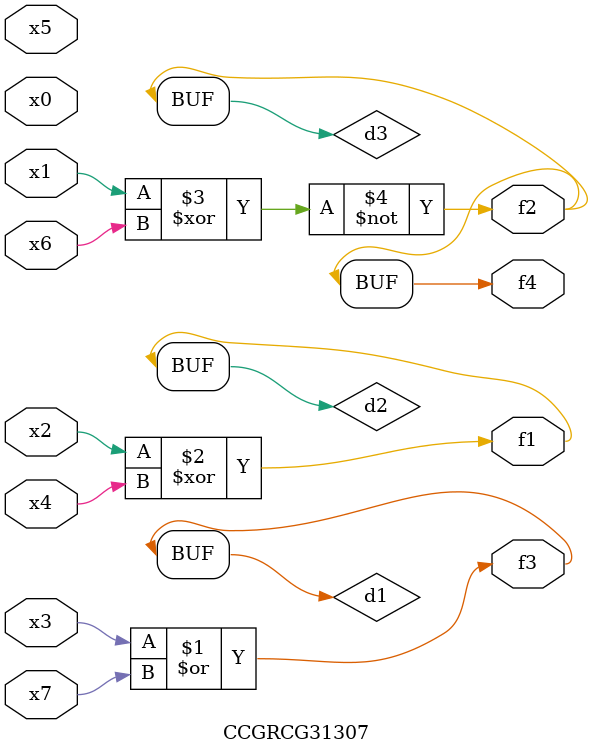
<source format=v>
module CCGRCG31307(
	input x0, x1, x2, x3, x4, x5, x6, x7,
	output f1, f2, f3, f4
);

	wire d1, d2, d3;

	or (d1, x3, x7);
	xor (d2, x2, x4);
	xnor (d3, x1, x6);
	assign f1 = d2;
	assign f2 = d3;
	assign f3 = d1;
	assign f4 = d3;
endmodule

</source>
